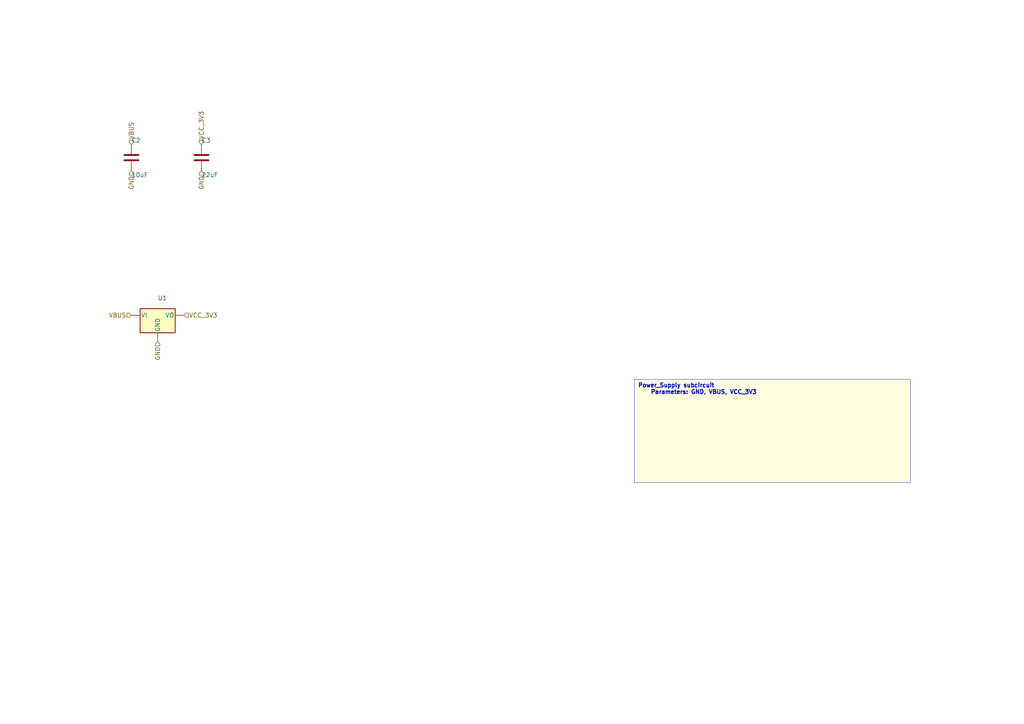
<source format=kicad_sch>
(kicad_sch (version 20250114) (generator "circuit_synth") (generator_version "9.0")
  (paper "A4")
  (lib_symbols
    (symbol "Device:C" (pin_numbers hide) (pin_names (offset 0.254))
      (property "Reference" "C" (at 0.0 0.0 0))
      (property "Value" "C" (at 0.0 0.0 0))
      (symbol "C_0_1"
        (polyline (pts (xy -2.032 0.762) (xy 2.032 0.762)) (stroke (width 0.508)))
        (polyline (pts (xy -2.032 -0.762) (xy 2.032 -0.762)) (stroke (width 0.508)))
      )
      (symbol "C_1_1"
        (pin passive line (at 0.0 3.81 270) (length 2.794) (name ~) (number "1"))
        (pin passive line (at 0.0 -3.81 90) (length 2.794) (name ~) (number "2"))
      )
    )
    (symbol "Regulator_Linear:AMS1117-3.3" (pin_numbers hide) (pin_names (offset 0.254))
      (property "Reference" "U" (at 0.0 0.0 0))
      (property "Value" "AMS1117-3.3" (at 0.0 0.0 0))
      (symbol "AMS1117-3.3_0_1"
        (rectangle (start -5.08 -5.08) (end 5.08 1.905) (stroke (width 0.254)) (fill (type background)))
      )
      (symbol "AMS1117-3.3_1_1"
        (pin power_in line (at -7.62 0.0 0) (length 2.54) (name VI) (number "3"))
        (pin power_in line (at 0.0 -7.62 90) (length 2.54) (name GND) (number "1"))
        (pin power_out line (at 7.62 0.0 180) (length 2.54) (name VO) (number "2"))
      )
    )
  )
  (title_block (title Power_Supply) (date 2025-08-06) (company Circuit-Synth))
  (symbol (lib_id "Device:C") (at 38.1 45.72 0) (unit 1)
    (property "Reference" "C2" (at 38.1 40.72 0) (effects (justify left)))
    (property "Value" "10uF" (at 38.1 50.72 0) (effects (justify left)))
    (property "Footprint" "Capacitor_SMD:C_0805_2012Metric" (effects (hide yes)))
  )
  (symbol (lib_id "Device:C") (at 58.42 45.72 0) (unit 1)
    (property "Reference" "C3" (at 58.42 40.72 0) (effects (justify left)))
    (property "Value" "22uF" (at 58.42 50.72 0) (effects (justify left)))
    (property "Footprint" "Capacitor_SMD:C_0805_2012Metric" (effects (hide yes)))
  )
  (symbol (lib_id "Regulator_Linear:AMS1117-3.3") (at 45.72 91.44 0) (unit 1)
    (property "Reference" "U1" (at 45.72 86.44 0) (effects (justify left)))
    (property "Value" "~" (at 45.72 96.44 0) (effects (justify left)))
    (property "Footprint" "Package_TO_SOT_SMD:SOT-223-3_TabPin2" (effects (hide yes)))
  )
  (hierarchical_label VBUS (shape input) (at 38.1 41.91 90))
  (hierarchical_label VBUS (shape input) (at 38.1 91.44 180))
  (hierarchical_label GND (shape input) (at 38.1 49.53 270))
  (hierarchical_label GND (shape input) (at 58.42 49.53 270))
  (hierarchical_label GND (shape input) (at 45.72 99.06 270))
  (hierarchical_label VCC_3V3 (shape input) (at 58.42 41.91 90))
  (hierarchical_label VCC_3V3 (shape input) (at 53.339999999999996 91.44 0))
  (text_box "Power_Supply subcircuit\n    Parameters: GND, VBUS, VCC_3V3" (exclude_from_sim yes) (at 184.0 110.0 0) (size 80.0 30.0) (margins 1.0 1.0 1.0 1.0) (stroke (width 0.1)) (fill (type color) (color 255 255 224 1)) (effects (font (size 1.2 1.2) (thickness 0.254)) (justify left top)))
)
</source>
